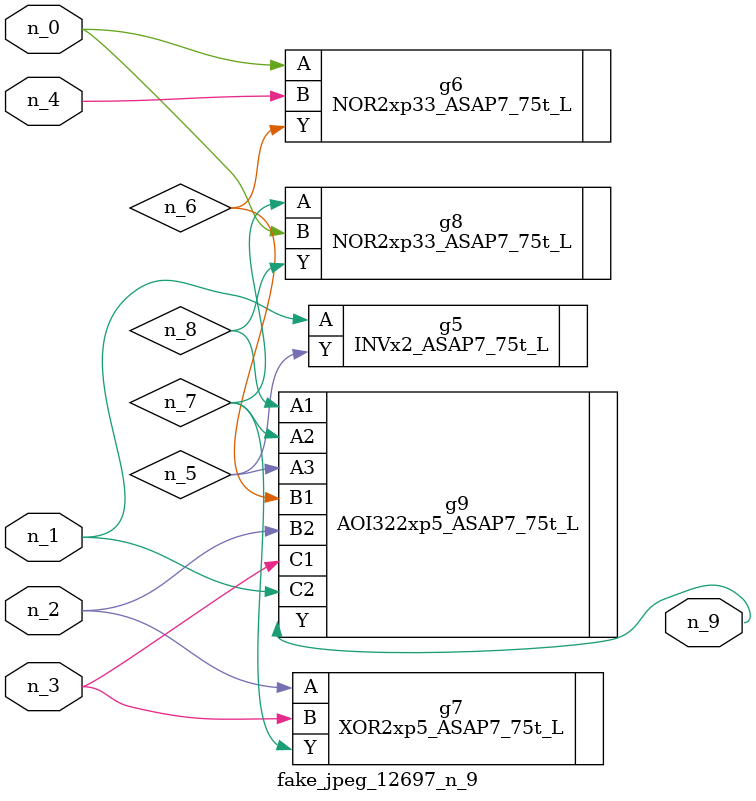
<source format=v>
module fake_jpeg_12697_n_9 (n_3, n_2, n_1, n_0, n_4, n_9);

input n_3;
input n_2;
input n_1;
input n_0;
input n_4;

output n_9;

wire n_8;
wire n_6;
wire n_5;
wire n_7;

INVx2_ASAP7_75t_L g5 ( 
.A(n_1),
.Y(n_5)
);

NOR2xp33_ASAP7_75t_L g6 ( 
.A(n_0),
.B(n_4),
.Y(n_6)
);

XOR2xp5_ASAP7_75t_L g7 ( 
.A(n_2),
.B(n_3),
.Y(n_7)
);

NOR2xp33_ASAP7_75t_L g8 ( 
.A(n_7),
.B(n_0),
.Y(n_8)
);

AOI322xp5_ASAP7_75t_L g9 ( 
.A1(n_8),
.A2(n_7),
.A3(n_5),
.B1(n_6),
.B2(n_2),
.C1(n_3),
.C2(n_1),
.Y(n_9)
);


endmodule
</source>
